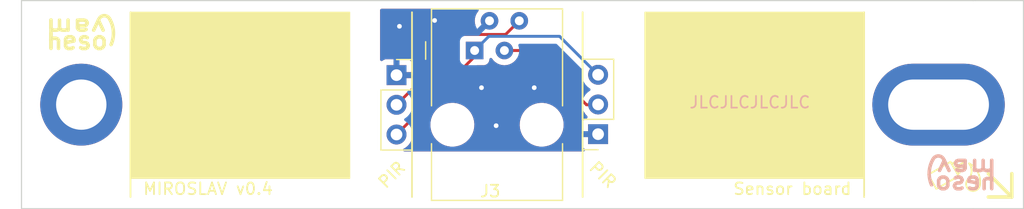
<source format=kicad_pcb>
(kicad_pcb (version 20240108) (generator "pcbnew") (generator_version "8.0")
  (layers (0 "F.Cu" signal) (31 "B.Cu" signal) (34 "B.Paste" user) (35 "F.Paste" user) (36 "B.SilkS" user "B.Silkscreen") (37 "F.SilkS" user "F.Silkscreen") (38 "B.Mask" user) (39 "F.Mask" user) (44 "Edge.Cuts" user))
  (net 0 "")
  (net 1 "Net-(H1-Pad1)")
  (net 2 "Net-(H2-Pad1)")
  (net 3 "/+5V")
  (net 4 "/D_HIS")
  (net 5 "/GND")
  (net 6 "/D_LOS")
  (footprint "MountingHole:MountingHole_4.3mm_M4_ISO14580_Pad" (layer "F.Cu") (at 103.7 86.2)
    (property "Reference" "H1" (hide yes))
    (property "Value" "MountingHole_Pad")
    (pad "1" thru_hole circle (at 0 0) (size 7 7) (drill 4.3) (layers "*.Cu" "*.Mask") (net 1 "Net-(H1-Pad1)"))
  )
  (footprint "miro-v04:MountingHole_4.3mm_M4_ISO14580_Pad_OVAL" (layer "F.Cu") (at 176.85 86.2)
    (property "Reference" "H2" (hide yes))
    (property "Value" "MountingHole_Pad")
    (pad "1" thru_hole oval (at 0 0) (size 11.3 7) (drill oval 8.6 4.3) (layers "*.Cu" "*.Mask") (net 2 "Net-(H2-Pad1)"))
  )
  (footprint "Connector_PinSocket_2.54mm:PinSocket_1x03_P2.54mm_Vertical" (layer "F.Cu") (at 130.6 83.675)
    (property "Reference" "J2" (hide yes))
    (property "Value" "PIR_los")
    (fp_line (start -1.33 1.27) (end -1.33 6.41) (stroke (width 0.12)) (layer "F.SilkS"))
    (fp_line (start -1.33 1.27) (end 1.33 1.27) (stroke (width 0.12)) (layer "F.SilkS"))
    (fp_line (start -1.33 6.41) (end 1.33 6.41) (stroke (width 0.12)) (layer "F.SilkS"))
    (fp_line (start 0 -1.33) (end 1.33 -1.33) (stroke (width 0.12)) (layer "F.SilkS"))
    (fp_line (start 1.33 -1.33) (end 1.33 0) (stroke (width 0.12)) (layer "F.SilkS"))
    (fp_line (start 1.33 1.27) (end 1.33 6.41) (stroke (width 0.12)) (layer "F.SilkS"))
    (pad "1" thru_hole rect (at 0 0) (size 1.7 1.7) (drill 1) (layers "*.Cu" "*.Mask") (net 5 "/GND"))
    (pad "2" thru_hole oval (at 0 2.54) (size 1.7 1.7) (drill 1) (layers "*.Cu" "*.Mask") (net 6 "/D_LOS"))
    (pad "3" thru_hole oval (at 0 5.08) (size 1.7 1.7) (drill 1) (layers "*.Cu" "*.Mask") (net 3 "/+5V"))
  )
  (footprint "miro-v04:4P4C_RJ9_vert" (layer "F.Cu") (at 137.265 81.57 180)
    (property "Reference" "J3" (at -1.335 -12.03 180) (layer "F.SilkS"))
    (property "Value" "RJ9")
    (fp_line (start 4.18 0.75) (end 4.18 -0.75) (stroke (width 0.12)) (layer "F.SilkS"))
    (fp_line (start 3.68 3.56) (end -7.5 3.56) (stroke (width 0.12)) (layer "F.SilkS"))
    (fp_line (start 3.68 -4.73) (end 3.68 3.56) (stroke (width 0.12)) (layer "F.SilkS"))
    (fp_line (start 3.68 -12.82) (end 3.68 -7.97) (stroke (width 0.12)) (layer "F.SilkS"))
    (fp_line (start 3.68 -12.82) (end -7.5 -12.82) (stroke (width 0.12)) (layer "F.SilkS"))
    (fp_line (start -7.5 -4.73) (end -7.5 3.56) (stroke (width 0.12)) (layer "F.SilkS"))
    (fp_line (start -7.5 -12.82) (end -7.5 -7.97) (stroke (width 0.12)) (layer "F.SilkS"))
    (pad "" np_thru_hole circle (at -5.72 -6.35 180) (size 3.25 3.25) (drill 3.25) (layers "*.Cu" "*.Mask"))
    (pad "" np_thru_hole circle (at 1.9 -6.35 180) (size 3.25 3.25) (drill 3.25) (layers "*.Cu" "*.Mask"))
    (pad "1" thru_hole rect (at 0 0) (size 1.5 1.5) (drill 0.76) (layers "*.Cu" "*.Mask") (net 3 "/+5V"))
    (pad "2" thru_hole circle (at -1.27 2.54) (size 1.5 1.5) (drill 0.76) (layers "*.Cu" "*.Mask") (net 5 "/GND"))
    (pad "3" thru_hole circle (at -2.54 0) (size 1.5 1.5) (drill 0.76) (layers "*.Cu" "*.Mask") (net 4 "/D_HIS"))
    (pad "4" thru_hole circle (at -3.81 2.54) (size 1.5 1.5) (drill 0.76) (layers "*.Cu" "*.Mask") (net 6 "/D_LOS"))
  )
  (footprint "Connector_PinSocket_2.54mm:PinSocket_1x03_P2.54mm_Vertical" (layer "F.Cu") (at 147.8 88.725 180)
    (property "Reference" "J1" (hide yes))
    (property "Value" "PIR_his")
    (fp_line (start 1.33 1.27) (end 1.33 6.41) (stroke (width 0.12)) (layer "F.SilkS"))
    (fp_line (start 1.33 -1.33) (end 1.33 0) (stroke (width 0.12)) (layer "F.SilkS"))
    (fp_line (start 0 -1.33) (end 1.33 -1.33) (stroke (width 0.12)) (layer "F.SilkS"))
    (fp_line (start -1.33 6.41) (end 1.33 6.41) (stroke (width 0.12)) (layer "F.SilkS"))
    (fp_line (start -1.33 1.27) (end 1.33 1.27) (stroke (width 0.12)) (layer "F.SilkS"))
    (fp_line (start -1.33 1.27) (end -1.33 6.41) (stroke (width 0.12)) (layer "F.SilkS"))
    (pad "1" thru_hole rect (at 0 0 180) (size 1.7 1.7) (drill 1) (layers "*.Cu" "*.Mask") (net 5 "/GND"))
    (pad "2" thru_hole oval (at 0 2.54 180) (size 1.7 1.7) (drill 1) (layers "*.Cu" "*.Mask") (net 4 "/D_HIS"))
    (pad "3" thru_hole oval (at 0 5.08 180) (size 1.7 1.7) (drill 1) (layers "*.Cu" "*.Mask") (net 3 "/+5V"))
  )
  (gr_arc (start 176.253332 93.062123) (mid 176.055233 91.979624) (end 176.35172 90.91984) (stroke (width 0.3)) (layer "B.SilkS"))
  (gr_line (start 181.386 93.343) (end 181.386 90.95794) (stroke (width 0.3)) (layer "B.SilkS"))
  (gr_arc (start 176.374045 90.883232) (mid 176.870456 90.59072) (end 177.316184 90.955841) (stroke (width 0.3)) (layer "B.SilkS"))
  (gr_line (start 107.9 78.3) (end 107.9 94.1) (stroke (width 0.15)) (layer "F.SilkS"))
  (gr_line (start 170.5 78.3) (end 170.5 94.1) (stroke (width 0.15)) (layer "F.SilkS"))
  (gr_poly (pts (xy 170.5 92.5) (xy 151.8 92.5) (xy 151.8 78.3) (xy 170.5 78.3)) (stroke (width 0.1)) (fill solid) (layer "F.SilkS"))
  (gr_line (start 146.48 78.3) (end 146.48 94.1) (stroke (width 0.15)) (layer "F.SilkS"))
  (gr_line (start 131.92 78.3) (end 131.92 94.1) (stroke (width 0.15)) (layer "F.SilkS"))
  (gr_line (start 181.1 92.1) (end 183.1 94.1) (stroke (width 0.3)) (layer "F.SilkS"))
  (gr_line (start 183.1 94.1) (end 181.1 94.1) (stroke (width 0.3)) (layer "F.SilkS"))
  (gr_line (start 183.1 94.1) (end 183.1 92.1) (stroke (width 0.3)) (layer "F.SilkS"))
  (gr_arc (start 179.455778 91.238931) (mid 179.669065 91.962452) (end 179.326793 92.634631) (stroke (width 0.15)) (layer "F.SilkS"))
  (gr_arc (start 179.46767 91.217514) (mid 180.214868 92.002732) (end 180.381217 93.073806) (stroke (width 0.15)) (layer "F.SilkS"))
  (gr_arc (start 180.381217 93.073805) (mid 179.568934 93.538653) (end 179.326793 92.634631) (stroke (width 0.15)) (layer "F.SilkS"))
  (gr_line (start 175.964359 92.193782) (end 176.664359 93.406218) (stroke (width 0.15)) (layer "F.SilkS"))
  (gr_line (start 176.664359 93.406218) (end 178.569615 92.306218) (stroke (width 0.15)) (layer "F.SilkS"))
  (gr_line (start 178.569615 92.306218) (end 177.869615 91.093782) (stroke (width 0.15)) (layer "F.SilkS"))
  (gr_line (start 177.869615 91.093782) (end 175.964359 92.193782) (stroke (width 0.15)) (layer "F.SilkS"))
  (gr_line (start 177.969615 91.266987) (end 178.14282 91.166987) (stroke (width 0.15)) (layer "F.SilkS"))
  (gr_line (start 178.14282 91.166987) (end 178.64282 92.033013) (stroke (width 0.15)) (layer "F.SilkS"))
  (gr_line (start 178.64282 92.033013) (end 178.469615 92.133013) (stroke (width 0.15)) (layer "F.SilkS"))
  (gr_line (start 178.34282 91.513397) (end 179.035641 91.113397) (stroke (width 0.15)) (layer "F.SilkS"))
  (gr_line (start 179.035641 91.113397) (end 179.135641 91.286603) (stroke (width 0.15)) (layer "F.SilkS"))
  (gr_line (start 179.135641 91.286603) (end 178.44282 91.686603) (stroke (width 0.15)) (layer "F.SilkS"))
  (gr_arc (start 106.14828 78.91984) (mid 106.444767 79.979624) (end 106.246668 81.062123) (stroke (width 0.3)) (layer "F.SilkS"))
  (gr_arc (start 105.183816 78.955841) (mid 105.629544 78.59072) (end 106.125955 78.883232) (stroke (width 0.3)) (layer "F.SilkS"))
  (gr_line (start 101.114 81.343) (end 101.114 78.95794) (stroke (width 0.3)) (layer "F.SilkS"))
  (gr_poly (pts (xy 126.6 92.5) (xy 107.9 92.5) (xy 107.9 78.3) (xy 126.6 78.3)) (stroke (width 0.1)) (fill solid) (layer "F.SilkS"))
  (gr_line (start 184.1 86) (end 184.1 95.1) (stroke (width 0.1)) (layer "Edge.Cuts"))
  (gr_line (start 98.6 95.1) (end 179.8 95.1) (stroke (width 0.1)) (layer "Edge.Cuts"))
  (gr_line (start 184.1 77.3) (end 184.1 86) (stroke (width 0.1)) (layer "Edge.Cuts"))
  (gr_line (start 179.8 77.3) (end 184.1 77.3) (stroke (width 0.1)) (layer "Edge.Cuts"))
  (gr_line (start 179.8 95.1) (end 184.1 95.1) (stroke (width 0.1)) (layer "Edge.Cuts"))
  (gr_line (start 98.6 86) (end 98.6 95.1) (stroke (width 0.1)) (layer "Edge.Cuts"))
  (gr_line (start 98.6 77.3) (end 179.8 77.3) (stroke (width 0.1)) (layer "Edge.Cuts"))
  (gr_line (start 98.6 86) (end 98.6 77.3) (stroke (width 0.1)) (layer "Edge.Cuts"))
  (gr_text "h" (at 181.06342 92.80452 0) (layer "B.SilkS") (effects (font (size 1.3 1.5) (thickness 0.3)) (justify mirror)))
  (gr_text "eso" (at 178.49802 92.71816 0) (layer "B.SilkS") (effects (font (size 1.5 1.5) (thickness 0.3)) (justify mirror)))
  (gr_text "vam" (at 179.2397 91.5523 180) (layer "B.SilkS") (effects (font (size 1.3 1.7) (thickness 0.3)) (justify mirror)))
  (gr_text "JLCJLCJLCJLC" (at 160.75 86 0) (layer "B.SilkS") (effects (font (size 1 1))))
  (gr_text "MIROSLAV v0.4" (at 108.9 93.4 0) (layer "F.SilkS") (effects (font (size 1 1)) (justify left)))
  (gr_text "Sensor board" (at 169.5 93.4 0) (layer "F.SilkS") (effects (font (size 1 1)) (justify right)))
  (gr_text "PIR" (at 130.2 92.2 45) (layer "F.SilkS") (effects (font (size 1 1))))
  (gr_text "PIR" (at 148.2 92.2 315) (layer "F.SilkS") (effects (font (size 1 1))))
  (gr_text "h" (at 101.43658 80.80452 0) (layer "F.SilkS") (effects (font (size 1.3 1.5) (thickness 0.3))))
  (gr_text "eso" (at 104.00198 80.71816 0) (layer "F.SilkS") (effects (font (size 1.5 1.5) (thickness 0.3))))
  (gr_text "vam" (at 103.2603 79.5523 180) (layer "F.SilkS") (effects (font (size 1.3 1.7) (thickness 0.3))))
  (segment (start 130.6 88.755) (end 137.265 82.09) (width 0.25) (layer "F.Cu") (net 3))
  (segment (start 137.265 82.09) (end 137.265 81.57) (width 0.25) (layer "F.Cu") (net 3))
  (segment (start 147.8 83.645) (end 144.51188 80.35688) (width 0.25) (layer "B.Cu") (net 3))
  (segment (start 138.47812 80.35688) (end 137.265 81.57) (width 0.25) (layer "B.Cu") (net 3))
  (segment (start 144.51188 80.35688) (end 138.47812 80.35688) (width 0.25) (layer "B.Cu") (net 3))
  (segment (start 146.815 86.215) (end 142.17 81.57) (width 0.25) (layer "F.Cu") (net 4))
  (segment (start 147.8 86.215) (end 146.815 86.215) (width 0.25) (layer "F.Cu") (net 4))
  (segment (start 142.17 81.57) (end 139.805 81.57) (width 0.25) (layer "F.Cu") (net 4))
  (via (at 130.85 79.5) (size 0.8) (drill 0.4) (layers "F.Cu" "B.Cu") (net 5))
  (via (at 133.85 79) (size 0.8) (drill 0.4) (layers "F.Cu" "B.Cu") (net 5))
  (via (at 142.35 84.75) (size 0.8) (drill 0.4) (layers "F.Cu" "B.Cu") (net 5))
  (via (at 139.1 88) (size 0.8) (drill 0.4) (layers "F.Cu" "B.Cu") (net 5))
  (via (at 137.85 84.75) (size 0.8) (drill 0.4) (layers "F.Cu" "B.Cu") (net 5))
  (segment (start 135.4 80.2) (end 139.905 80.2) (width 0.25) (layer "F.Cu") (net 6))
  (segment (start 134 82.815) (end 134 81.6) (width 0.25) (layer "F.Cu") (net 6))
  (segment (start 139.905 80.2) (end 141.075 79.03) (width 0.25) (layer "F.Cu") (net 6))
  (segment (start 134 81.6) (end 135.4 80.2) (width 0.25) (layer "F.Cu") (net 6))
  (segment (start 130.6 86.215) (end 134 82.815) (width 0.25) (layer "F.Cu") (net 6))
  (segment (start 130.6 86.215) (end 130.6 86) (width 0.25) (layer "F.Cu") (net 6))
  (zone (net 5) (net_name "/GND") (layer "F.Cu") (connect_pads (clearance 0.508)) (min_thickness 0.254) (fill yes (thermal_gap 0.508) (thermal_bridge_width 0.508))
    (polygon (pts (xy 149.2 90.2) (xy 129.2 90.2) (xy 129.2 78) (xy 149.2 78)))
  )
  (zone (net 5) (net_name "/GND") (layer "B.Cu") (connect_pads (clearance 0.508)) (min_thickness 0.254) (fill yes (thermal_gap 0.508) (thermal_bridge_width 0.508))
    (polygon (pts (xy 149.2 90.2) (xy 129.2 90.2) (xy 129.2 78) (xy 149.2 78)))
  )
)
</source>
